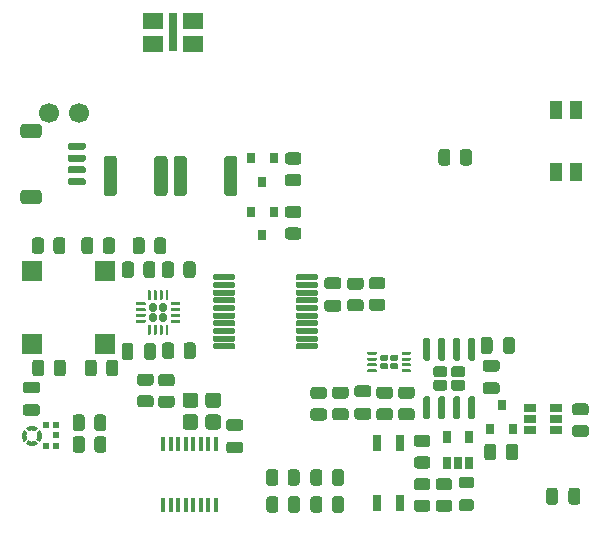
<source format=gbr>
%TF.GenerationSoftware,KiCad,Pcbnew,5.1.9*%
%TF.CreationDate,2021-02-12T16:46:06+00:00*%
%TF.ProjectId,watch2,77617463-6832-42e6-9b69-6361645f7063,rev?*%
%TF.SameCoordinates,Original*%
%TF.FileFunction,Paste,Top*%
%TF.FilePolarity,Positive*%
%FSLAX46Y46*%
G04 Gerber Fmt 4.6, Leading zero omitted, Abs format (unit mm)*
G04 Created by KiCad (PCBNEW 5.1.9) date 2021-02-12 16:46:06*
%MOMM*%
%LPD*%
G01*
G04 APERTURE LIST*
%ADD10C,0.001000*%
%ADD11R,1.000000X1.550000*%
%ADD12R,0.700000X3.200000*%
%ADD13R,1.700000X1.350000*%
%ADD14C,1.700000*%
%ADD15R,1.800000X1.800000*%
%ADD16R,0.522000X0.600000*%
%ADD17R,0.800000X0.900000*%
%ADD18R,0.700000X1.450000*%
%ADD19R,0.400000X1.200000*%
%ADD20R,0.650000X1.060000*%
%ADD21R,1.060000X0.650000*%
G04 APERTURE END LIST*
D10*
%TO.C,MK1*%
G36*
X129625500Y-113480500D02*
G01*
X129530500Y-113575500D01*
X129555500Y-113625500D01*
X129580500Y-113680500D01*
X129595500Y-113735500D01*
X129605500Y-113795500D01*
X129609103Y-113855500D01*
X129595500Y-113975500D01*
X129557037Y-114080109D01*
X129521672Y-114138166D01*
X129620500Y-114240500D01*
X129735500Y-114355500D01*
X129795500Y-114265500D01*
X129845500Y-114165500D01*
X129875500Y-114085500D01*
X129895500Y-113995500D01*
X129905500Y-113855500D01*
X129891703Y-113695309D01*
X129845500Y-113545500D01*
X129795500Y-113440500D01*
X129740809Y-113365734D01*
X129625500Y-113480500D01*
G37*
X129625500Y-113480500D02*
X129530500Y-113575500D01*
X129555500Y-113625500D01*
X129580500Y-113680500D01*
X129595500Y-113735500D01*
X129605500Y-113795500D01*
X129609103Y-113855500D01*
X129595500Y-113975500D01*
X129557037Y-114080109D01*
X129521672Y-114138166D01*
X129620500Y-114240500D01*
X129735500Y-114355500D01*
X129795500Y-114265500D01*
X129845500Y-114165500D01*
X129875500Y-114085500D01*
X129895500Y-113995500D01*
X129905500Y-113855500D01*
X129891703Y-113695309D01*
X129845500Y-113545500D01*
X129795500Y-113440500D01*
X129740809Y-113365734D01*
X129625500Y-113480500D01*
G36*
X129480500Y-114385500D02*
G01*
X129375500Y-114280500D01*
X129325500Y-114315500D01*
X129215500Y-114355500D01*
X129095500Y-114369103D01*
X128975500Y-114355500D01*
X128870891Y-114317037D01*
X128812834Y-114276672D01*
X128715500Y-114375500D01*
X128595500Y-114495500D01*
X128690500Y-114560500D01*
X128785500Y-114605500D01*
X128865500Y-114635500D01*
X128955500Y-114655500D01*
X129035500Y-114665500D01*
X129160500Y-114665500D01*
X129255691Y-114651703D01*
X129330500Y-114635500D01*
X129405500Y-114605500D01*
X129500500Y-114560500D01*
X129595266Y-114495809D01*
X129480500Y-114385500D01*
G37*
X129480500Y-114385500D02*
X129375500Y-114280500D01*
X129325500Y-114315500D01*
X129215500Y-114355500D01*
X129095500Y-114369103D01*
X128975500Y-114355500D01*
X128870891Y-114317037D01*
X128812834Y-114276672D01*
X128715500Y-114375500D01*
X128595500Y-114495500D01*
X128690500Y-114560500D01*
X128785500Y-114605500D01*
X128865500Y-114635500D01*
X128955500Y-114655500D01*
X129035500Y-114665500D01*
X129160500Y-114665500D01*
X129255691Y-114651703D01*
X129330500Y-114635500D01*
X129405500Y-114605500D01*
X129500500Y-114560500D01*
X129595266Y-114495809D01*
X129480500Y-114385500D01*
G36*
X128565500Y-114235500D02*
G01*
X128670500Y-114135500D01*
X128635500Y-114085500D01*
X128595500Y-113975500D01*
X128581897Y-113855500D01*
X128595500Y-113735500D01*
X128633963Y-113630891D01*
X128669328Y-113567834D01*
X128570500Y-113470500D01*
X128455500Y-113355500D01*
X128390500Y-113450500D01*
X128345500Y-113545500D01*
X128315500Y-113635500D01*
X128295500Y-113715500D01*
X128285500Y-113855500D01*
X128299297Y-114015691D01*
X128345500Y-114165500D01*
X128405500Y-114280500D01*
X128450191Y-114350266D01*
X128565500Y-114235500D01*
G37*
X128565500Y-114235500D02*
X128670500Y-114135500D01*
X128635500Y-114085500D01*
X128595500Y-113975500D01*
X128581897Y-113855500D01*
X128595500Y-113735500D01*
X128633963Y-113630891D01*
X128669328Y-113567834D01*
X128570500Y-113470500D01*
X128455500Y-113355500D01*
X128390500Y-113450500D01*
X128345500Y-113545500D01*
X128315500Y-113635500D01*
X128295500Y-113715500D01*
X128285500Y-113855500D01*
X128299297Y-114015691D01*
X128345500Y-114165500D01*
X128405500Y-114280500D01*
X128450191Y-114350266D01*
X128565500Y-114235500D01*
G36*
X128710500Y-113325500D02*
G01*
X128810500Y-113425500D01*
X128865500Y-113390500D01*
X128975500Y-113350500D01*
X128975500Y-113345500D01*
X128985500Y-113350500D01*
X129090500Y-113335500D01*
X129100500Y-113331897D01*
X129100500Y-113335500D01*
X129220500Y-113350500D01*
X129320109Y-113393963D01*
X129388166Y-113429328D01*
X129485500Y-113330500D01*
X129600500Y-113220500D01*
X129505500Y-113155500D01*
X129405500Y-113105500D01*
X129315500Y-113075500D01*
X129235500Y-113055500D01*
X129095500Y-113045500D01*
X128935309Y-113059297D01*
X128785500Y-113105500D01*
X128695500Y-113150500D01*
X128595734Y-113215191D01*
X128710500Y-113325500D01*
G37*
X128710500Y-113325500D02*
X128810500Y-113425500D01*
X128865500Y-113390500D01*
X128975500Y-113350500D01*
X128975500Y-113345500D01*
X128985500Y-113350500D01*
X129090500Y-113335500D01*
X129100500Y-113331897D01*
X129100500Y-113335500D01*
X129220500Y-113350500D01*
X129320109Y-113393963D01*
X129388166Y-113429328D01*
X129485500Y-113330500D01*
X129600500Y-113220500D01*
X129505500Y-113155500D01*
X129405500Y-113105500D01*
X129315500Y-113075500D01*
X129235500Y-113055500D01*
X129095500Y-113045500D01*
X128935309Y-113059297D01*
X128785500Y-113105500D01*
X128695500Y-113150500D01*
X128595734Y-113215191D01*
X128710500Y-113325500D01*
%TD*%
D11*
%TO.C,IO0*%
X175221000Y-91525000D03*
X175221000Y-86275000D03*
X173521000Y-86275000D03*
X173521000Y-91525000D03*
%TD*%
%TO.C,R28*%
G36*
G01*
X139497000Y-93334750D02*
X139497000Y-90434250D01*
G75*
G02*
X139746750Y-90184500I249750J0D01*
G01*
X140372250Y-90184500D01*
G75*
G02*
X140622000Y-90434250I0J-249750D01*
G01*
X140622000Y-93334750D01*
G75*
G02*
X140372250Y-93584500I-249750J0D01*
G01*
X139746750Y-93584500D01*
G75*
G02*
X139497000Y-93334750I0J249750D01*
G01*
G37*
G36*
G01*
X135222000Y-93334750D02*
X135222000Y-90434250D01*
G75*
G02*
X135471750Y-90184500I249750J0D01*
G01*
X136097250Y-90184500D01*
G75*
G02*
X136347000Y-90434250I0J-249750D01*
G01*
X136347000Y-93334750D01*
G75*
G02*
X136097250Y-93584500I-249750J0D01*
G01*
X135471750Y-93584500D01*
G75*
G02*
X135222000Y-93334750I0J249750D01*
G01*
G37*
%TD*%
%TO.C,R32*%
G36*
G01*
X150806999Y-91713000D02*
X151707001Y-91713000D01*
G75*
G02*
X151957000Y-91962999I0J-249999D01*
G01*
X151957000Y-92488001D01*
G75*
G02*
X151707001Y-92738000I-249999J0D01*
G01*
X150806999Y-92738000D01*
G75*
G02*
X150557000Y-92488001I0J249999D01*
G01*
X150557000Y-91962999D01*
G75*
G02*
X150806999Y-91713000I249999J0D01*
G01*
G37*
G36*
G01*
X150806999Y-89888000D02*
X151707001Y-89888000D01*
G75*
G02*
X151957000Y-90137999I0J-249999D01*
G01*
X151957000Y-90663001D01*
G75*
G02*
X151707001Y-90913000I-249999J0D01*
G01*
X150806999Y-90913000D01*
G75*
G02*
X150557000Y-90663001I0J249999D01*
G01*
X150557000Y-90137999D01*
G75*
G02*
X150806999Y-89888000I249999J0D01*
G01*
G37*
%TD*%
%TO.C,J2*%
G36*
G01*
X132312000Y-89068500D02*
X133562000Y-89068500D01*
G75*
G02*
X133712000Y-89218500I0J-150000D01*
G01*
X133712000Y-89518500D01*
G75*
G02*
X133562000Y-89668500I-150000J0D01*
G01*
X132312000Y-89668500D01*
G75*
G02*
X132162000Y-89518500I0J150000D01*
G01*
X132162000Y-89218500D01*
G75*
G02*
X132312000Y-89068500I150000J0D01*
G01*
G37*
G36*
G01*
X132312000Y-90068500D02*
X133562000Y-90068500D01*
G75*
G02*
X133712000Y-90218500I0J-150000D01*
G01*
X133712000Y-90518500D01*
G75*
G02*
X133562000Y-90668500I-150000J0D01*
G01*
X132312000Y-90668500D01*
G75*
G02*
X132162000Y-90518500I0J150000D01*
G01*
X132162000Y-90218500D01*
G75*
G02*
X132312000Y-90068500I150000J0D01*
G01*
G37*
G36*
G01*
X132312000Y-91068500D02*
X133562000Y-91068500D01*
G75*
G02*
X133712000Y-91218500I0J-150000D01*
G01*
X133712000Y-91518500D01*
G75*
G02*
X133562000Y-91668500I-150000J0D01*
G01*
X132312000Y-91668500D01*
G75*
G02*
X132162000Y-91518500I0J150000D01*
G01*
X132162000Y-91218500D01*
G75*
G02*
X132312000Y-91068500I150000J0D01*
G01*
G37*
G36*
G01*
X132312000Y-92068500D02*
X133562000Y-92068500D01*
G75*
G02*
X133712000Y-92218500I0J-150000D01*
G01*
X133712000Y-92518500D01*
G75*
G02*
X133562000Y-92668500I-150000J0D01*
G01*
X132312000Y-92668500D01*
G75*
G02*
X132162000Y-92518500I0J150000D01*
G01*
X132162000Y-92218500D01*
G75*
G02*
X132312000Y-92068500I150000J0D01*
G01*
G37*
G36*
G01*
X128411999Y-87468500D02*
X129712001Y-87468500D01*
G75*
G02*
X129962000Y-87718499I0J-249999D01*
G01*
X129962000Y-88418501D01*
G75*
G02*
X129712001Y-88668500I-249999J0D01*
G01*
X128411999Y-88668500D01*
G75*
G02*
X128162000Y-88418501I0J249999D01*
G01*
X128162000Y-87718499D01*
G75*
G02*
X128411999Y-87468500I249999J0D01*
G01*
G37*
G36*
G01*
X128411999Y-93068500D02*
X129712001Y-93068500D01*
G75*
G02*
X129962000Y-93318499I0J-249999D01*
G01*
X129962000Y-94018501D01*
G75*
G02*
X129712001Y-94268500I-249999J0D01*
G01*
X128411999Y-94268500D01*
G75*
G02*
X128162000Y-94018501I0J249999D01*
G01*
X128162000Y-93318499D01*
G75*
G02*
X128411999Y-93068500I249999J0D01*
G01*
G37*
%TD*%
%TO.C,U6*%
G36*
G01*
X146357500Y-106178000D02*
X146357500Y-106428000D01*
G75*
G02*
X146232500Y-106553000I-125000J0D01*
G01*
X144582500Y-106553000D01*
G75*
G02*
X144457500Y-106428000I0J125000D01*
G01*
X144457500Y-106178000D01*
G75*
G02*
X144582500Y-106053000I125000J0D01*
G01*
X146232500Y-106053000D01*
G75*
G02*
X146357500Y-106178000I0J-125000D01*
G01*
G37*
G36*
G01*
X146357500Y-105528000D02*
X146357500Y-105778000D01*
G75*
G02*
X146232500Y-105903000I-125000J0D01*
G01*
X144582500Y-105903000D01*
G75*
G02*
X144457500Y-105778000I0J125000D01*
G01*
X144457500Y-105528000D01*
G75*
G02*
X144582500Y-105403000I125000J0D01*
G01*
X146232500Y-105403000D01*
G75*
G02*
X146357500Y-105528000I0J-125000D01*
G01*
G37*
G36*
G01*
X146357500Y-104878000D02*
X146357500Y-105128000D01*
G75*
G02*
X146232500Y-105253000I-125000J0D01*
G01*
X144582500Y-105253000D01*
G75*
G02*
X144457500Y-105128000I0J125000D01*
G01*
X144457500Y-104878000D01*
G75*
G02*
X144582500Y-104753000I125000J0D01*
G01*
X146232500Y-104753000D01*
G75*
G02*
X146357500Y-104878000I0J-125000D01*
G01*
G37*
G36*
G01*
X146357500Y-104228000D02*
X146357500Y-104478000D01*
G75*
G02*
X146232500Y-104603000I-125000J0D01*
G01*
X144582500Y-104603000D01*
G75*
G02*
X144457500Y-104478000I0J125000D01*
G01*
X144457500Y-104228000D01*
G75*
G02*
X144582500Y-104103000I125000J0D01*
G01*
X146232500Y-104103000D01*
G75*
G02*
X146357500Y-104228000I0J-125000D01*
G01*
G37*
G36*
G01*
X146357500Y-103578000D02*
X146357500Y-103828000D01*
G75*
G02*
X146232500Y-103953000I-125000J0D01*
G01*
X144582500Y-103953000D01*
G75*
G02*
X144457500Y-103828000I0J125000D01*
G01*
X144457500Y-103578000D01*
G75*
G02*
X144582500Y-103453000I125000J0D01*
G01*
X146232500Y-103453000D01*
G75*
G02*
X146357500Y-103578000I0J-125000D01*
G01*
G37*
G36*
G01*
X146357500Y-102928000D02*
X146357500Y-103178000D01*
G75*
G02*
X146232500Y-103303000I-125000J0D01*
G01*
X144582500Y-103303000D01*
G75*
G02*
X144457500Y-103178000I0J125000D01*
G01*
X144457500Y-102928000D01*
G75*
G02*
X144582500Y-102803000I125000J0D01*
G01*
X146232500Y-102803000D01*
G75*
G02*
X146357500Y-102928000I0J-125000D01*
G01*
G37*
G36*
G01*
X146357500Y-102278000D02*
X146357500Y-102528000D01*
G75*
G02*
X146232500Y-102653000I-125000J0D01*
G01*
X144582500Y-102653000D01*
G75*
G02*
X144457500Y-102528000I0J125000D01*
G01*
X144457500Y-102278000D01*
G75*
G02*
X144582500Y-102153000I125000J0D01*
G01*
X146232500Y-102153000D01*
G75*
G02*
X146357500Y-102278000I0J-125000D01*
G01*
G37*
G36*
G01*
X146357500Y-101628000D02*
X146357500Y-101878000D01*
G75*
G02*
X146232500Y-102003000I-125000J0D01*
G01*
X144582500Y-102003000D01*
G75*
G02*
X144457500Y-101878000I0J125000D01*
G01*
X144457500Y-101628000D01*
G75*
G02*
X144582500Y-101503000I125000J0D01*
G01*
X146232500Y-101503000D01*
G75*
G02*
X146357500Y-101628000I0J-125000D01*
G01*
G37*
G36*
G01*
X146357500Y-100978000D02*
X146357500Y-101228000D01*
G75*
G02*
X146232500Y-101353000I-125000J0D01*
G01*
X144582500Y-101353000D01*
G75*
G02*
X144457500Y-101228000I0J125000D01*
G01*
X144457500Y-100978000D01*
G75*
G02*
X144582500Y-100853000I125000J0D01*
G01*
X146232500Y-100853000D01*
G75*
G02*
X146357500Y-100978000I0J-125000D01*
G01*
G37*
G36*
G01*
X146357500Y-100328000D02*
X146357500Y-100578000D01*
G75*
G02*
X146232500Y-100703000I-125000J0D01*
G01*
X144582500Y-100703000D01*
G75*
G02*
X144457500Y-100578000I0J125000D01*
G01*
X144457500Y-100328000D01*
G75*
G02*
X144582500Y-100203000I125000J0D01*
G01*
X146232500Y-100203000D01*
G75*
G02*
X146357500Y-100328000I0J-125000D01*
G01*
G37*
G36*
G01*
X153357500Y-100328000D02*
X153357500Y-100578000D01*
G75*
G02*
X153232500Y-100703000I-125000J0D01*
G01*
X151582500Y-100703000D01*
G75*
G02*
X151457500Y-100578000I0J125000D01*
G01*
X151457500Y-100328000D01*
G75*
G02*
X151582500Y-100203000I125000J0D01*
G01*
X153232500Y-100203000D01*
G75*
G02*
X153357500Y-100328000I0J-125000D01*
G01*
G37*
G36*
G01*
X153357500Y-100978000D02*
X153357500Y-101228000D01*
G75*
G02*
X153232500Y-101353000I-125000J0D01*
G01*
X151582500Y-101353000D01*
G75*
G02*
X151457500Y-101228000I0J125000D01*
G01*
X151457500Y-100978000D01*
G75*
G02*
X151582500Y-100853000I125000J0D01*
G01*
X153232500Y-100853000D01*
G75*
G02*
X153357500Y-100978000I0J-125000D01*
G01*
G37*
G36*
G01*
X153357500Y-101628000D02*
X153357500Y-101878000D01*
G75*
G02*
X153232500Y-102003000I-125000J0D01*
G01*
X151582500Y-102003000D01*
G75*
G02*
X151457500Y-101878000I0J125000D01*
G01*
X151457500Y-101628000D01*
G75*
G02*
X151582500Y-101503000I125000J0D01*
G01*
X153232500Y-101503000D01*
G75*
G02*
X153357500Y-101628000I0J-125000D01*
G01*
G37*
G36*
G01*
X153357500Y-102278000D02*
X153357500Y-102528000D01*
G75*
G02*
X153232500Y-102653000I-125000J0D01*
G01*
X151582500Y-102653000D01*
G75*
G02*
X151457500Y-102528000I0J125000D01*
G01*
X151457500Y-102278000D01*
G75*
G02*
X151582500Y-102153000I125000J0D01*
G01*
X153232500Y-102153000D01*
G75*
G02*
X153357500Y-102278000I0J-125000D01*
G01*
G37*
G36*
G01*
X153357500Y-102928000D02*
X153357500Y-103178000D01*
G75*
G02*
X153232500Y-103303000I-125000J0D01*
G01*
X151582500Y-103303000D01*
G75*
G02*
X151457500Y-103178000I0J125000D01*
G01*
X151457500Y-102928000D01*
G75*
G02*
X151582500Y-102803000I125000J0D01*
G01*
X153232500Y-102803000D01*
G75*
G02*
X153357500Y-102928000I0J-125000D01*
G01*
G37*
G36*
G01*
X153357500Y-103578000D02*
X153357500Y-103828000D01*
G75*
G02*
X153232500Y-103953000I-125000J0D01*
G01*
X151582500Y-103953000D01*
G75*
G02*
X151457500Y-103828000I0J125000D01*
G01*
X151457500Y-103578000D01*
G75*
G02*
X151582500Y-103453000I125000J0D01*
G01*
X153232500Y-103453000D01*
G75*
G02*
X153357500Y-103578000I0J-125000D01*
G01*
G37*
G36*
G01*
X153357500Y-104228000D02*
X153357500Y-104478000D01*
G75*
G02*
X153232500Y-104603000I-125000J0D01*
G01*
X151582500Y-104603000D01*
G75*
G02*
X151457500Y-104478000I0J125000D01*
G01*
X151457500Y-104228000D01*
G75*
G02*
X151582500Y-104103000I125000J0D01*
G01*
X153232500Y-104103000D01*
G75*
G02*
X153357500Y-104228000I0J-125000D01*
G01*
G37*
G36*
G01*
X153357500Y-104878000D02*
X153357500Y-105128000D01*
G75*
G02*
X153232500Y-105253000I-125000J0D01*
G01*
X151582500Y-105253000D01*
G75*
G02*
X151457500Y-105128000I0J125000D01*
G01*
X151457500Y-104878000D01*
G75*
G02*
X151582500Y-104753000I125000J0D01*
G01*
X153232500Y-104753000D01*
G75*
G02*
X153357500Y-104878000I0J-125000D01*
G01*
G37*
G36*
G01*
X153357500Y-105528000D02*
X153357500Y-105778000D01*
G75*
G02*
X153232500Y-105903000I-125000J0D01*
G01*
X151582500Y-105903000D01*
G75*
G02*
X151457500Y-105778000I0J125000D01*
G01*
X151457500Y-105528000D01*
G75*
G02*
X151582500Y-105403000I125000J0D01*
G01*
X153232500Y-105403000D01*
G75*
G02*
X153357500Y-105528000I0J-125000D01*
G01*
G37*
G36*
G01*
X153357500Y-106178000D02*
X153357500Y-106428000D01*
G75*
G02*
X153232500Y-106553000I-125000J0D01*
G01*
X151582500Y-106553000D01*
G75*
G02*
X151457500Y-106428000I0J125000D01*
G01*
X151457500Y-106178000D01*
G75*
G02*
X151582500Y-106053000I125000J0D01*
G01*
X153232500Y-106053000D01*
G75*
G02*
X153357500Y-106178000I0J-125000D01*
G01*
G37*
%TD*%
%TO.C,C1*%
G36*
G01*
X145829000Y-112466500D02*
X146779000Y-112466500D01*
G75*
G02*
X147029000Y-112716500I0J-250000D01*
G01*
X147029000Y-113216500D01*
G75*
G02*
X146779000Y-113466500I-250000J0D01*
G01*
X145829000Y-113466500D01*
G75*
G02*
X145579000Y-113216500I0J250000D01*
G01*
X145579000Y-112716500D01*
G75*
G02*
X145829000Y-112466500I250000J0D01*
G01*
G37*
G36*
G01*
X145829000Y-114366500D02*
X146779000Y-114366500D01*
G75*
G02*
X147029000Y-114616500I0J-250000D01*
G01*
X147029000Y-115116500D01*
G75*
G02*
X146779000Y-115366500I-250000J0D01*
G01*
X145829000Y-115366500D01*
G75*
G02*
X145579000Y-115116500I0J250000D01*
G01*
X145579000Y-114616500D01*
G75*
G02*
X145829000Y-114366500I250000J0D01*
G01*
G37*
%TD*%
%TO.C,C2*%
G36*
G01*
X174567000Y-119474000D02*
X174567000Y-118524000D01*
G75*
G02*
X174817000Y-118274000I250000J0D01*
G01*
X175317000Y-118274000D01*
G75*
G02*
X175567000Y-118524000I0J-250000D01*
G01*
X175567000Y-119474000D01*
G75*
G02*
X175317000Y-119724000I-250000J0D01*
G01*
X174817000Y-119724000D01*
G75*
G02*
X174567000Y-119474000I0J250000D01*
G01*
G37*
G36*
G01*
X172667000Y-119474000D02*
X172667000Y-118524000D01*
G75*
G02*
X172917000Y-118274000I250000J0D01*
G01*
X173417000Y-118274000D01*
G75*
G02*
X173667000Y-118524000I0J-250000D01*
G01*
X173667000Y-119474000D01*
G75*
G02*
X173417000Y-119724000I-250000J0D01*
G01*
X172917000Y-119724000D01*
G75*
G02*
X172667000Y-119474000I0J250000D01*
G01*
G37*
%TD*%
%TO.C,C3*%
G36*
G01*
X156687500Y-111514000D02*
X157637500Y-111514000D01*
G75*
G02*
X157887500Y-111764000I0J-250000D01*
G01*
X157887500Y-112264000D01*
G75*
G02*
X157637500Y-112514000I-250000J0D01*
G01*
X156687500Y-112514000D01*
G75*
G02*
X156437500Y-112264000I0J250000D01*
G01*
X156437500Y-111764000D01*
G75*
G02*
X156687500Y-111514000I250000J0D01*
G01*
G37*
G36*
G01*
X156687500Y-109614000D02*
X157637500Y-109614000D01*
G75*
G02*
X157887500Y-109864000I0J-250000D01*
G01*
X157887500Y-110364000D01*
G75*
G02*
X157637500Y-110614000I-250000J0D01*
G01*
X156687500Y-110614000D01*
G75*
G02*
X156437500Y-110364000I0J250000D01*
G01*
X156437500Y-109864000D01*
G75*
G02*
X156687500Y-109614000I250000J0D01*
G01*
G37*
%TD*%
%TO.C,C4*%
G36*
G01*
X167546000Y-107450000D02*
X168496000Y-107450000D01*
G75*
G02*
X168746000Y-107700000I0J-250000D01*
G01*
X168746000Y-108200000D01*
G75*
G02*
X168496000Y-108450000I-250000J0D01*
G01*
X167546000Y-108450000D01*
G75*
G02*
X167296000Y-108200000I0J250000D01*
G01*
X167296000Y-107700000D01*
G75*
G02*
X167546000Y-107450000I250000J0D01*
G01*
G37*
G36*
G01*
X167546000Y-109350000D02*
X168496000Y-109350000D01*
G75*
G02*
X168746000Y-109600000I0J-250000D01*
G01*
X168746000Y-110100000D01*
G75*
G02*
X168496000Y-110350000I-250000J0D01*
G01*
X167546000Y-110350000D01*
G75*
G02*
X167296000Y-110100000I0J250000D01*
G01*
X167296000Y-109600000D01*
G75*
G02*
X167546000Y-109350000I250000J0D01*
G01*
G37*
%TD*%
%TO.C,C5*%
G36*
G01*
X155097500Y-103367500D02*
X154147500Y-103367500D01*
G75*
G02*
X153897500Y-103117500I0J250000D01*
G01*
X153897500Y-102617500D01*
G75*
G02*
X154147500Y-102367500I250000J0D01*
G01*
X155097500Y-102367500D01*
G75*
G02*
X155347500Y-102617500I0J-250000D01*
G01*
X155347500Y-103117500D01*
G75*
G02*
X155097500Y-103367500I-250000J0D01*
G01*
G37*
G36*
G01*
X155097500Y-101467500D02*
X154147500Y-101467500D01*
G75*
G02*
X153897500Y-101217500I0J250000D01*
G01*
X153897500Y-100717500D01*
G75*
G02*
X154147500Y-100467500I250000J0D01*
G01*
X155097500Y-100467500D01*
G75*
G02*
X155347500Y-100717500I0J-250000D01*
G01*
X155347500Y-101217500D01*
G75*
G02*
X155097500Y-101467500I-250000J0D01*
G01*
G37*
%TD*%
%TO.C,C6*%
G36*
G01*
X169045000Y-106710500D02*
X169045000Y-105760500D01*
G75*
G02*
X169295000Y-105510500I250000J0D01*
G01*
X169795000Y-105510500D01*
G75*
G02*
X170045000Y-105760500I0J-250000D01*
G01*
X170045000Y-106710500D01*
G75*
G02*
X169795000Y-106960500I-250000J0D01*
G01*
X169295000Y-106960500D01*
G75*
G02*
X169045000Y-106710500I0J250000D01*
G01*
G37*
G36*
G01*
X167145000Y-106710500D02*
X167145000Y-105760500D01*
G75*
G02*
X167395000Y-105510500I250000J0D01*
G01*
X167895000Y-105510500D01*
G75*
G02*
X168145000Y-105760500I0J-250000D01*
G01*
X168145000Y-106710500D01*
G75*
G02*
X167895000Y-106960500I-250000J0D01*
G01*
X167395000Y-106960500D01*
G75*
G02*
X167145000Y-106710500I0J250000D01*
G01*
G37*
%TD*%
%TO.C,C7*%
G36*
G01*
X138623500Y-107218500D02*
X138623500Y-106268500D01*
G75*
G02*
X138873500Y-106018500I250000J0D01*
G01*
X139373500Y-106018500D01*
G75*
G02*
X139623500Y-106268500I0J-250000D01*
G01*
X139623500Y-107218500D01*
G75*
G02*
X139373500Y-107468500I-250000J0D01*
G01*
X138873500Y-107468500D01*
G75*
G02*
X138623500Y-107218500I0J250000D01*
G01*
G37*
G36*
G01*
X136723500Y-107218500D02*
X136723500Y-106268500D01*
G75*
G02*
X136973500Y-106018500I250000J0D01*
G01*
X137473500Y-106018500D01*
G75*
G02*
X137723500Y-106268500I0J-250000D01*
G01*
X137723500Y-107218500D01*
G75*
G02*
X137473500Y-107468500I-250000J0D01*
G01*
X136973500Y-107468500D01*
G75*
G02*
X136723500Y-107218500I0J250000D01*
G01*
G37*
%TD*%
%TO.C,C8*%
G36*
G01*
X129570500Y-112196500D02*
X128620500Y-112196500D01*
G75*
G02*
X128370500Y-111946500I0J250000D01*
G01*
X128370500Y-111446500D01*
G75*
G02*
X128620500Y-111196500I250000J0D01*
G01*
X129570500Y-111196500D01*
G75*
G02*
X129820500Y-111446500I0J-250000D01*
G01*
X129820500Y-111946500D01*
G75*
G02*
X129570500Y-112196500I-250000J0D01*
G01*
G37*
G36*
G01*
X129570500Y-110296500D02*
X128620500Y-110296500D01*
G75*
G02*
X128370500Y-110046500I0J250000D01*
G01*
X128370500Y-109546500D01*
G75*
G02*
X128620500Y-109296500I250000J0D01*
G01*
X129570500Y-109296500D01*
G75*
G02*
X129820500Y-109546500I0J-250000D01*
G01*
X129820500Y-110046500D01*
G75*
G02*
X129570500Y-110296500I-250000J0D01*
G01*
G37*
%TD*%
%TO.C,D1*%
G36*
G01*
X166383500Y-118336000D02*
X165467500Y-118336000D01*
G75*
G02*
X165275500Y-118144000I0J192000D01*
G01*
X165275500Y-117528000D01*
G75*
G02*
X165467500Y-117336000I192000J0D01*
G01*
X166383500Y-117336000D01*
G75*
G02*
X166575500Y-117528000I0J-192000D01*
G01*
X166575500Y-118144000D01*
G75*
G02*
X166383500Y-118336000I-192000J0D01*
G01*
G37*
G36*
G01*
X166383500Y-120261000D02*
X165467500Y-120261000D01*
G75*
G02*
X165275500Y-120069000I0J192000D01*
G01*
X165275500Y-119453000D01*
G75*
G02*
X165467500Y-119261000I192000J0D01*
G01*
X166383500Y-119261000D01*
G75*
G02*
X166575500Y-119453000I0J-192000D01*
G01*
X166575500Y-120069000D01*
G75*
G02*
X166383500Y-120261000I-192000J0D01*
G01*
G37*
%TD*%
%TO.C,D2*%
G36*
G01*
X141895000Y-111271000D02*
X141895000Y-110471000D01*
G75*
G02*
X142145000Y-110221000I250000J0D01*
G01*
X142970000Y-110221000D01*
G75*
G02*
X143220000Y-110471000I0J-250000D01*
G01*
X143220000Y-111271000D01*
G75*
G02*
X142970000Y-111521000I-250000J0D01*
G01*
X142145000Y-111521000D01*
G75*
G02*
X141895000Y-111271000I0J250000D01*
G01*
G37*
G36*
G01*
X143820000Y-111271000D02*
X143820000Y-110471000D01*
G75*
G02*
X144070000Y-110221000I250000J0D01*
G01*
X144895000Y-110221000D01*
G75*
G02*
X145145000Y-110471000I0J-250000D01*
G01*
X145145000Y-111271000D01*
G75*
G02*
X144895000Y-111521000I-250000J0D01*
G01*
X144070000Y-111521000D01*
G75*
G02*
X143820000Y-111271000I0J250000D01*
G01*
G37*
%TD*%
%TO.C,D3*%
G36*
G01*
X141895000Y-113112500D02*
X141895000Y-112312500D01*
G75*
G02*
X142145000Y-112062500I250000J0D01*
G01*
X142970000Y-112062500D01*
G75*
G02*
X143220000Y-112312500I0J-250000D01*
G01*
X143220000Y-113112500D01*
G75*
G02*
X142970000Y-113362500I-250000J0D01*
G01*
X142145000Y-113362500D01*
G75*
G02*
X141895000Y-113112500I0J250000D01*
G01*
G37*
G36*
G01*
X143820000Y-113112500D02*
X143820000Y-112312500D01*
G75*
G02*
X144070000Y-112062500I250000J0D01*
G01*
X144895000Y-112062500D01*
G75*
G02*
X145145000Y-112312500I0J-250000D01*
G01*
X145145000Y-113112500D01*
G75*
G02*
X144895000Y-113362500I-250000J0D01*
G01*
X144070000Y-113362500D01*
G75*
G02*
X143820000Y-113112500I0J250000D01*
G01*
G37*
%TD*%
D12*
%TO.C,D4*%
X141071600Y-79692500D03*
D13*
X139382500Y-78740000D03*
X139382500Y-80670400D03*
X142735300Y-80670400D03*
X142735300Y-78740000D03*
%TD*%
D14*
%TO.C,J7*%
X130556000Y-86550500D03*
X133096000Y-86550500D03*
%TD*%
D15*
%TO.C,LS1*%
X135309000Y-106072000D03*
X129159000Y-106072000D03*
X129159000Y-99922000D03*
X135309000Y-99922000D03*
%TD*%
D16*
%TO.C,MK1*%
X130347500Y-112955500D03*
X131169500Y-112955500D03*
X131169500Y-113855500D03*
X131169500Y-114755500D03*
X130347500Y-114755500D03*
%TD*%
D17*
%TO.C,Q1*%
X167962500Y-113284000D03*
X169862500Y-113284000D03*
X168912500Y-111284000D03*
%TD*%
%TO.C,Q2*%
X149603500Y-90376500D03*
X147703500Y-90376500D03*
X148653500Y-92376500D03*
%TD*%
%TO.C,Q3*%
X148653500Y-96901000D03*
X147703500Y-94901000D03*
X149603500Y-94901000D03*
%TD*%
%TO.C,R1*%
G36*
G01*
X164573000Y-89846999D02*
X164573000Y-90747001D01*
G75*
G02*
X164323001Y-90997000I-249999J0D01*
G01*
X163797999Y-90997000D01*
G75*
G02*
X163548000Y-90747001I0J249999D01*
G01*
X163548000Y-89846999D01*
G75*
G02*
X163797999Y-89597000I249999J0D01*
G01*
X164323001Y-89597000D01*
G75*
G02*
X164573000Y-89846999I0J-249999D01*
G01*
G37*
G36*
G01*
X166398000Y-89846999D02*
X166398000Y-90747001D01*
G75*
G02*
X166148001Y-90997000I-249999J0D01*
G01*
X165622999Y-90997000D01*
G75*
G02*
X165373000Y-90747001I0J249999D01*
G01*
X165373000Y-89846999D01*
G75*
G02*
X165622999Y-89597000I249999J0D01*
G01*
X166148001Y-89597000D01*
G75*
G02*
X166398000Y-89846999I0J-249999D01*
G01*
G37*
%TD*%
%TO.C,R2*%
G36*
G01*
X156077499Y-100492500D02*
X156977501Y-100492500D01*
G75*
G02*
X157227500Y-100742499I0J-249999D01*
G01*
X157227500Y-101267501D01*
G75*
G02*
X156977501Y-101517500I-249999J0D01*
G01*
X156077499Y-101517500D01*
G75*
G02*
X155827500Y-101267501I0J249999D01*
G01*
X155827500Y-100742499D01*
G75*
G02*
X156077499Y-100492500I249999J0D01*
G01*
G37*
G36*
G01*
X156077499Y-102317500D02*
X156977501Y-102317500D01*
G75*
G02*
X157227500Y-102567499I0J-249999D01*
G01*
X157227500Y-103092501D01*
G75*
G02*
X156977501Y-103342500I-249999J0D01*
G01*
X156077499Y-103342500D01*
G75*
G02*
X155827500Y-103092501I0J249999D01*
G01*
X155827500Y-102567499D01*
G75*
G02*
X156077499Y-102317500I249999J0D01*
G01*
G37*
%TD*%
%TO.C,R3*%
G36*
G01*
X157918999Y-102277500D02*
X158819001Y-102277500D01*
G75*
G02*
X159069000Y-102527499I0J-249999D01*
G01*
X159069000Y-103052501D01*
G75*
G02*
X158819001Y-103302500I-249999J0D01*
G01*
X157918999Y-103302500D01*
G75*
G02*
X157669000Y-103052501I0J249999D01*
G01*
X157669000Y-102527499D01*
G75*
G02*
X157918999Y-102277500I249999J0D01*
G01*
G37*
G36*
G01*
X157918999Y-100452500D02*
X158819001Y-100452500D01*
G75*
G02*
X159069000Y-100702499I0J-249999D01*
G01*
X159069000Y-101227501D01*
G75*
G02*
X158819001Y-101477500I-249999J0D01*
G01*
X157918999Y-101477500D01*
G75*
G02*
X157669000Y-101227501I0J249999D01*
G01*
X157669000Y-100702499D01*
G75*
G02*
X157918999Y-100452500I249999J0D01*
G01*
G37*
%TD*%
%TO.C,R4*%
G36*
G01*
X150791500Y-117861501D02*
X150791500Y-116961499D01*
G75*
G02*
X151041499Y-116711500I249999J0D01*
G01*
X151566501Y-116711500D01*
G75*
G02*
X151816500Y-116961499I0J-249999D01*
G01*
X151816500Y-117861501D01*
G75*
G02*
X151566501Y-118111500I-249999J0D01*
G01*
X151041499Y-118111500D01*
G75*
G02*
X150791500Y-117861501I0J249999D01*
G01*
G37*
G36*
G01*
X148966500Y-117861501D02*
X148966500Y-116961499D01*
G75*
G02*
X149216499Y-116711500I249999J0D01*
G01*
X149741501Y-116711500D01*
G75*
G02*
X149991500Y-116961499I0J-249999D01*
G01*
X149991500Y-117861501D01*
G75*
G02*
X149741501Y-118111500I-249999J0D01*
G01*
X149216499Y-118111500D01*
G75*
G02*
X148966500Y-117861501I0J249999D01*
G01*
G37*
%TD*%
%TO.C,R5*%
G36*
G01*
X148983000Y-120147501D02*
X148983000Y-119247499D01*
G75*
G02*
X149232999Y-118997500I249999J0D01*
G01*
X149758001Y-118997500D01*
G75*
G02*
X150008000Y-119247499I0J-249999D01*
G01*
X150008000Y-120147501D01*
G75*
G02*
X149758001Y-120397500I-249999J0D01*
G01*
X149232999Y-120397500D01*
G75*
G02*
X148983000Y-120147501I0J249999D01*
G01*
G37*
G36*
G01*
X150808000Y-120147501D02*
X150808000Y-119247499D01*
G75*
G02*
X151057999Y-118997500I249999J0D01*
G01*
X151583001Y-118997500D01*
G75*
G02*
X151833000Y-119247499I0J-249999D01*
G01*
X151833000Y-120147501D01*
G75*
G02*
X151583001Y-120397500I-249999J0D01*
G01*
X151057999Y-120397500D01*
G75*
G02*
X150808000Y-120147501I0J249999D01*
G01*
G37*
%TD*%
%TO.C,R6*%
G36*
G01*
X161728999Y-117470500D02*
X162629001Y-117470500D01*
G75*
G02*
X162879000Y-117720499I0J-249999D01*
G01*
X162879000Y-118245501D01*
G75*
G02*
X162629001Y-118495500I-249999J0D01*
G01*
X161728999Y-118495500D01*
G75*
G02*
X161479000Y-118245501I0J249999D01*
G01*
X161479000Y-117720499D01*
G75*
G02*
X161728999Y-117470500I249999J0D01*
G01*
G37*
G36*
G01*
X161728999Y-119295500D02*
X162629001Y-119295500D01*
G75*
G02*
X162879000Y-119545499I0J-249999D01*
G01*
X162879000Y-120070501D01*
G75*
G02*
X162629001Y-120320500I-249999J0D01*
G01*
X161728999Y-120320500D01*
G75*
G02*
X161479000Y-120070501I0J249999D01*
G01*
X161479000Y-119545499D01*
G75*
G02*
X161728999Y-119295500I249999J0D01*
G01*
G37*
%TD*%
%TO.C,R7*%
G36*
G01*
X153738000Y-116961499D02*
X153738000Y-117861501D01*
G75*
G02*
X153488001Y-118111500I-249999J0D01*
G01*
X152962999Y-118111500D01*
G75*
G02*
X152713000Y-117861501I0J249999D01*
G01*
X152713000Y-116961499D01*
G75*
G02*
X152962999Y-116711500I249999J0D01*
G01*
X153488001Y-116711500D01*
G75*
G02*
X153738000Y-116961499I0J-249999D01*
G01*
G37*
G36*
G01*
X155563000Y-116961499D02*
X155563000Y-117861501D01*
G75*
G02*
X155313001Y-118111500I-249999J0D01*
G01*
X154787999Y-118111500D01*
G75*
G02*
X154538000Y-117861501I0J249999D01*
G01*
X154538000Y-116961499D01*
G75*
G02*
X154787999Y-116711500I249999J0D01*
G01*
X155313001Y-116711500D01*
G75*
G02*
X155563000Y-116961499I0J-249999D01*
G01*
G37*
%TD*%
%TO.C,R8*%
G36*
G01*
X153738000Y-119247499D02*
X153738000Y-120147501D01*
G75*
G02*
X153488001Y-120397500I-249999J0D01*
G01*
X152962999Y-120397500D01*
G75*
G02*
X152713000Y-120147501I0J249999D01*
G01*
X152713000Y-119247499D01*
G75*
G02*
X152962999Y-118997500I249999J0D01*
G01*
X153488001Y-118997500D01*
G75*
G02*
X153738000Y-119247499I0J-249999D01*
G01*
G37*
G36*
G01*
X155563000Y-119247499D02*
X155563000Y-120147501D01*
G75*
G02*
X155313001Y-120397500I-249999J0D01*
G01*
X154787999Y-120397500D01*
G75*
G02*
X154538000Y-120147501I0J249999D01*
G01*
X154538000Y-119247499D01*
G75*
G02*
X154787999Y-118997500I249999J0D01*
G01*
X155313001Y-118997500D01*
G75*
G02*
X155563000Y-119247499I0J-249999D01*
G01*
G37*
%TD*%
%TO.C,R9*%
G36*
G01*
X161728999Y-113804000D02*
X162629001Y-113804000D01*
G75*
G02*
X162879000Y-114053999I0J-249999D01*
G01*
X162879000Y-114579001D01*
G75*
G02*
X162629001Y-114829000I-249999J0D01*
G01*
X161728999Y-114829000D01*
G75*
G02*
X161479000Y-114579001I0J249999D01*
G01*
X161479000Y-114053999D01*
G75*
G02*
X161728999Y-113804000I249999J0D01*
G01*
G37*
G36*
G01*
X161728999Y-115629000D02*
X162629001Y-115629000D01*
G75*
G02*
X162879000Y-115878999I0J-249999D01*
G01*
X162879000Y-116404001D01*
G75*
G02*
X162629001Y-116654000I-249999J0D01*
G01*
X161728999Y-116654000D01*
G75*
G02*
X161479000Y-116404001I0J249999D01*
G01*
X161479000Y-115878999D01*
G75*
G02*
X161728999Y-115629000I249999J0D01*
G01*
G37*
%TD*%
%TO.C,R10*%
G36*
G01*
X164470501Y-118495500D02*
X163570499Y-118495500D01*
G75*
G02*
X163320500Y-118245501I0J249999D01*
G01*
X163320500Y-117720499D01*
G75*
G02*
X163570499Y-117470500I249999J0D01*
G01*
X164470501Y-117470500D01*
G75*
G02*
X164720500Y-117720499I0J-249999D01*
G01*
X164720500Y-118245501D01*
G75*
G02*
X164470501Y-118495500I-249999J0D01*
G01*
G37*
G36*
G01*
X164470501Y-120320500D02*
X163570499Y-120320500D01*
G75*
G02*
X163320500Y-120070501I0J249999D01*
G01*
X163320500Y-119545499D01*
G75*
G02*
X163570499Y-119295500I249999J0D01*
G01*
X164470501Y-119295500D01*
G75*
G02*
X164720500Y-119545499I0J-249999D01*
G01*
X164720500Y-120070501D01*
G75*
G02*
X164470501Y-120320500I-249999J0D01*
G01*
G37*
%TD*%
%TO.C,R11*%
G36*
G01*
X137663500Y-98240001D02*
X137663500Y-97339999D01*
G75*
G02*
X137913499Y-97090000I249999J0D01*
G01*
X138438501Y-97090000D01*
G75*
G02*
X138688500Y-97339999I0J-249999D01*
G01*
X138688500Y-98240001D01*
G75*
G02*
X138438501Y-98490000I-249999J0D01*
G01*
X137913499Y-98490000D01*
G75*
G02*
X137663500Y-98240001I0J249999D01*
G01*
G37*
G36*
G01*
X139488500Y-98240001D02*
X139488500Y-97339999D01*
G75*
G02*
X139738499Y-97090000I249999J0D01*
G01*
X140263501Y-97090000D01*
G75*
G02*
X140513500Y-97339999I0J-249999D01*
G01*
X140513500Y-98240001D01*
G75*
G02*
X140263501Y-98490000I-249999J0D01*
G01*
X139738499Y-98490000D01*
G75*
G02*
X139488500Y-98240001I0J249999D01*
G01*
G37*
%TD*%
%TO.C,R12*%
G36*
G01*
X135147000Y-98240001D02*
X135147000Y-97339999D01*
G75*
G02*
X135396999Y-97090000I249999J0D01*
G01*
X135922001Y-97090000D01*
G75*
G02*
X136172000Y-97339999I0J-249999D01*
G01*
X136172000Y-98240001D01*
G75*
G02*
X135922001Y-98490000I-249999J0D01*
G01*
X135396999Y-98490000D01*
G75*
G02*
X135147000Y-98240001I0J249999D01*
G01*
G37*
G36*
G01*
X133322000Y-98240001D02*
X133322000Y-97339999D01*
G75*
G02*
X133571999Y-97090000I249999J0D01*
G01*
X134097001Y-97090000D01*
G75*
G02*
X134347000Y-97339999I0J-249999D01*
G01*
X134347000Y-98240001D01*
G75*
G02*
X134097001Y-98490000I-249999J0D01*
G01*
X133571999Y-98490000D01*
G75*
G02*
X133322000Y-98240001I0J249999D01*
G01*
G37*
%TD*%
%TO.C,R13*%
G36*
G01*
X129131000Y-98240001D02*
X129131000Y-97339999D01*
G75*
G02*
X129380999Y-97090000I249999J0D01*
G01*
X129906001Y-97090000D01*
G75*
G02*
X130156000Y-97339999I0J-249999D01*
G01*
X130156000Y-98240001D01*
G75*
G02*
X129906001Y-98490000I-249999J0D01*
G01*
X129380999Y-98490000D01*
G75*
G02*
X129131000Y-98240001I0J249999D01*
G01*
G37*
G36*
G01*
X130956000Y-98240001D02*
X130956000Y-97339999D01*
G75*
G02*
X131205999Y-97090000I249999J0D01*
G01*
X131731001Y-97090000D01*
G75*
G02*
X131981000Y-97339999I0J-249999D01*
G01*
X131981000Y-98240001D01*
G75*
G02*
X131731001Y-98490000I-249999J0D01*
G01*
X131205999Y-98490000D01*
G75*
G02*
X130956000Y-98240001I0J249999D01*
G01*
G37*
%TD*%
%TO.C,R14*%
G36*
G01*
X176027501Y-113987000D02*
X175127499Y-113987000D01*
G75*
G02*
X174877500Y-113737001I0J249999D01*
G01*
X174877500Y-113211999D01*
G75*
G02*
X175127499Y-112962000I249999J0D01*
G01*
X176027501Y-112962000D01*
G75*
G02*
X176277500Y-113211999I0J-249999D01*
G01*
X176277500Y-113737001D01*
G75*
G02*
X176027501Y-113987000I-249999J0D01*
G01*
G37*
G36*
G01*
X176027501Y-112162000D02*
X175127499Y-112162000D01*
G75*
G02*
X174877500Y-111912001I0J249999D01*
G01*
X174877500Y-111386999D01*
G75*
G02*
X175127499Y-111137000I249999J0D01*
G01*
X176027501Y-111137000D01*
G75*
G02*
X176277500Y-111386999I0J-249999D01*
G01*
X176277500Y-111912001D01*
G75*
G02*
X176027501Y-112162000I-249999J0D01*
G01*
G37*
%TD*%
%TO.C,R15*%
G36*
G01*
X160395499Y-109723500D02*
X161295501Y-109723500D01*
G75*
G02*
X161545500Y-109973499I0J-249999D01*
G01*
X161545500Y-110498501D01*
G75*
G02*
X161295501Y-110748500I-249999J0D01*
G01*
X160395499Y-110748500D01*
G75*
G02*
X160145500Y-110498501I0J249999D01*
G01*
X160145500Y-109973499D01*
G75*
G02*
X160395499Y-109723500I249999J0D01*
G01*
G37*
G36*
G01*
X160395499Y-111548500D02*
X161295501Y-111548500D01*
G75*
G02*
X161545500Y-111798499I0J-249999D01*
G01*
X161545500Y-112323501D01*
G75*
G02*
X161295501Y-112573500I-249999J0D01*
G01*
X160395499Y-112573500D01*
G75*
G02*
X160145500Y-112323501I0J249999D01*
G01*
X160145500Y-111798499D01*
G75*
G02*
X160395499Y-111548500I249999J0D01*
G01*
G37*
%TD*%
%TO.C,R16*%
G36*
G01*
X158553999Y-111548500D02*
X159454001Y-111548500D01*
G75*
G02*
X159704000Y-111798499I0J-249999D01*
G01*
X159704000Y-112323501D01*
G75*
G02*
X159454001Y-112573500I-249999J0D01*
G01*
X158553999Y-112573500D01*
G75*
G02*
X158304000Y-112323501I0J249999D01*
G01*
X158304000Y-111798499D01*
G75*
G02*
X158553999Y-111548500I249999J0D01*
G01*
G37*
G36*
G01*
X158553999Y-109723500D02*
X159454001Y-109723500D01*
G75*
G02*
X159704000Y-109973499I0J-249999D01*
G01*
X159704000Y-110498501D01*
G75*
G02*
X159454001Y-110748500I-249999J0D01*
G01*
X158553999Y-110748500D01*
G75*
G02*
X158304000Y-110498501I0J249999D01*
G01*
X158304000Y-109973499D01*
G75*
G02*
X158553999Y-109723500I249999J0D01*
G01*
G37*
%TD*%
%TO.C,R17*%
G36*
G01*
X138297499Y-108620500D02*
X139197501Y-108620500D01*
G75*
G02*
X139447500Y-108870499I0J-249999D01*
G01*
X139447500Y-109395501D01*
G75*
G02*
X139197501Y-109645500I-249999J0D01*
G01*
X138297499Y-109645500D01*
G75*
G02*
X138047500Y-109395501I0J249999D01*
G01*
X138047500Y-108870499D01*
G75*
G02*
X138297499Y-108620500I249999J0D01*
G01*
G37*
G36*
G01*
X138297499Y-110445500D02*
X139197501Y-110445500D01*
G75*
G02*
X139447500Y-110695499I0J-249999D01*
G01*
X139447500Y-111220501D01*
G75*
G02*
X139197501Y-111470500I-249999J0D01*
G01*
X138297499Y-111470500D01*
G75*
G02*
X138047500Y-111220501I0J249999D01*
G01*
X138047500Y-110695499D01*
G75*
G02*
X138297499Y-110445500I249999J0D01*
G01*
G37*
%TD*%
%TO.C,R18*%
G36*
G01*
X140075499Y-110485500D02*
X140975501Y-110485500D01*
G75*
G02*
X141225500Y-110735499I0J-249999D01*
G01*
X141225500Y-111260501D01*
G75*
G02*
X140975501Y-111510500I-249999J0D01*
G01*
X140075499Y-111510500D01*
G75*
G02*
X139825500Y-111260501I0J249999D01*
G01*
X139825500Y-110735499D01*
G75*
G02*
X140075499Y-110485500I249999J0D01*
G01*
G37*
G36*
G01*
X140075499Y-108660500D02*
X140975501Y-108660500D01*
G75*
G02*
X141225500Y-108910499I0J-249999D01*
G01*
X141225500Y-109435501D01*
G75*
G02*
X140975501Y-109685500I-249999J0D01*
G01*
X140075499Y-109685500D01*
G75*
G02*
X139825500Y-109435501I0J249999D01*
G01*
X139825500Y-108910499D01*
G75*
G02*
X140075499Y-108660500I249999J0D01*
G01*
G37*
%TD*%
%TO.C,R19*%
G36*
G01*
X129154500Y-108590501D02*
X129154500Y-107690499D01*
G75*
G02*
X129404499Y-107440500I249999J0D01*
G01*
X129929501Y-107440500D01*
G75*
G02*
X130179500Y-107690499I0J-249999D01*
G01*
X130179500Y-108590501D01*
G75*
G02*
X129929501Y-108840500I-249999J0D01*
G01*
X129404499Y-108840500D01*
G75*
G02*
X129154500Y-108590501I0J249999D01*
G01*
G37*
G36*
G01*
X130979500Y-108590501D02*
X130979500Y-107690499D01*
G75*
G02*
X131229499Y-107440500I249999J0D01*
G01*
X131754501Y-107440500D01*
G75*
G02*
X132004500Y-107690499I0J-249999D01*
G01*
X132004500Y-108590501D01*
G75*
G02*
X131754501Y-108840500I-249999J0D01*
G01*
X131229499Y-108840500D01*
G75*
G02*
X130979500Y-108590501I0J249999D01*
G01*
G37*
%TD*%
%TO.C,R20*%
G36*
G01*
X135424500Y-108590501D02*
X135424500Y-107690499D01*
G75*
G02*
X135674499Y-107440500I249999J0D01*
G01*
X136199501Y-107440500D01*
G75*
G02*
X136449500Y-107690499I0J-249999D01*
G01*
X136449500Y-108590501D01*
G75*
G02*
X136199501Y-108840500I-249999J0D01*
G01*
X135674499Y-108840500D01*
G75*
G02*
X135424500Y-108590501I0J249999D01*
G01*
G37*
G36*
G01*
X133599500Y-108590501D02*
X133599500Y-107690499D01*
G75*
G02*
X133849499Y-107440500I249999J0D01*
G01*
X134374501Y-107440500D01*
G75*
G02*
X134624500Y-107690499I0J-249999D01*
G01*
X134624500Y-108590501D01*
G75*
G02*
X134374501Y-108840500I-249999J0D01*
G01*
X133849499Y-108840500D01*
G75*
G02*
X133599500Y-108590501I0J249999D01*
G01*
G37*
%TD*%
%TO.C,R21*%
G36*
G01*
X154807499Y-111548500D02*
X155707501Y-111548500D01*
G75*
G02*
X155957500Y-111798499I0J-249999D01*
G01*
X155957500Y-112323501D01*
G75*
G02*
X155707501Y-112573500I-249999J0D01*
G01*
X154807499Y-112573500D01*
G75*
G02*
X154557500Y-112323501I0J249999D01*
G01*
X154557500Y-111798499D01*
G75*
G02*
X154807499Y-111548500I249999J0D01*
G01*
G37*
G36*
G01*
X154807499Y-109723500D02*
X155707501Y-109723500D01*
G75*
G02*
X155957500Y-109973499I0J-249999D01*
G01*
X155957500Y-110498501D01*
G75*
G02*
X155707501Y-110748500I-249999J0D01*
G01*
X154807499Y-110748500D01*
G75*
G02*
X154557500Y-110498501I0J249999D01*
G01*
X154557500Y-109973499D01*
G75*
G02*
X154807499Y-109723500I249999J0D01*
G01*
G37*
%TD*%
%TO.C,R22*%
G36*
G01*
X169270000Y-115702501D02*
X169270000Y-114802499D01*
G75*
G02*
X169519999Y-114552500I249999J0D01*
G01*
X170045001Y-114552500D01*
G75*
G02*
X170295000Y-114802499I0J-249999D01*
G01*
X170295000Y-115702501D01*
G75*
G02*
X170045001Y-115952500I-249999J0D01*
G01*
X169519999Y-115952500D01*
G75*
G02*
X169270000Y-115702501I0J249999D01*
G01*
G37*
G36*
G01*
X167445000Y-115702501D02*
X167445000Y-114802499D01*
G75*
G02*
X167694999Y-114552500I249999J0D01*
G01*
X168220001Y-114552500D01*
G75*
G02*
X168470000Y-114802499I0J-249999D01*
G01*
X168470000Y-115702501D01*
G75*
G02*
X168220001Y-115952500I-249999J0D01*
G01*
X167694999Y-115952500D01*
G75*
G02*
X167445000Y-115702501I0J249999D01*
G01*
G37*
%TD*%
%TO.C,R23*%
G36*
G01*
X153866001Y-112590000D02*
X152965999Y-112590000D01*
G75*
G02*
X152716000Y-112340001I0J249999D01*
G01*
X152716000Y-111814999D01*
G75*
G02*
X152965999Y-111565000I249999J0D01*
G01*
X153866001Y-111565000D01*
G75*
G02*
X154116000Y-111814999I0J-249999D01*
G01*
X154116000Y-112340001D01*
G75*
G02*
X153866001Y-112590000I-249999J0D01*
G01*
G37*
G36*
G01*
X153866001Y-110765000D02*
X152965999Y-110765000D01*
G75*
G02*
X152716000Y-110515001I0J249999D01*
G01*
X152716000Y-109989999D01*
G75*
G02*
X152965999Y-109740000I249999J0D01*
G01*
X153866001Y-109740000D01*
G75*
G02*
X154116000Y-109989999I0J-249999D01*
G01*
X154116000Y-110515001D01*
G75*
G02*
X153866001Y-110765000I-249999J0D01*
G01*
G37*
%TD*%
%TO.C,R24*%
G36*
G01*
X140156500Y-107130001D02*
X140156500Y-106229999D01*
G75*
G02*
X140406499Y-105980000I249999J0D01*
G01*
X140931501Y-105980000D01*
G75*
G02*
X141181500Y-106229999I0J-249999D01*
G01*
X141181500Y-107130001D01*
G75*
G02*
X140931501Y-107380000I-249999J0D01*
G01*
X140406499Y-107380000D01*
G75*
G02*
X140156500Y-107130001I0J249999D01*
G01*
G37*
G36*
G01*
X141981500Y-107130001D02*
X141981500Y-106229999D01*
G75*
G02*
X142231499Y-105980000I249999J0D01*
G01*
X142756501Y-105980000D01*
G75*
G02*
X143006500Y-106229999I0J-249999D01*
G01*
X143006500Y-107130001D01*
G75*
G02*
X142756501Y-107380000I-249999J0D01*
G01*
X142231499Y-107380000D01*
G75*
G02*
X141981500Y-107130001I0J249999D01*
G01*
G37*
%TD*%
%TO.C,R25*%
G36*
G01*
X138576000Y-100272001D02*
X138576000Y-99371999D01*
G75*
G02*
X138825999Y-99122000I249999J0D01*
G01*
X139351001Y-99122000D01*
G75*
G02*
X139601000Y-99371999I0J-249999D01*
G01*
X139601000Y-100272001D01*
G75*
G02*
X139351001Y-100522000I-249999J0D01*
G01*
X138825999Y-100522000D01*
G75*
G02*
X138576000Y-100272001I0J249999D01*
G01*
G37*
G36*
G01*
X136751000Y-100272001D02*
X136751000Y-99371999D01*
G75*
G02*
X137000999Y-99122000I249999J0D01*
G01*
X137526001Y-99122000D01*
G75*
G02*
X137776000Y-99371999I0J-249999D01*
G01*
X137776000Y-100272001D01*
G75*
G02*
X137526001Y-100522000I-249999J0D01*
G01*
X137000999Y-100522000D01*
G75*
G02*
X136751000Y-100272001I0J249999D01*
G01*
G37*
%TD*%
%TO.C,R26*%
G36*
G01*
X141965000Y-100272001D02*
X141965000Y-99371999D01*
G75*
G02*
X142214999Y-99122000I249999J0D01*
G01*
X142740001Y-99122000D01*
G75*
G02*
X142990000Y-99371999I0J-249999D01*
G01*
X142990000Y-100272001D01*
G75*
G02*
X142740001Y-100522000I-249999J0D01*
G01*
X142214999Y-100522000D01*
G75*
G02*
X141965000Y-100272001I0J249999D01*
G01*
G37*
G36*
G01*
X140140000Y-100272001D02*
X140140000Y-99371999D01*
G75*
G02*
X140389999Y-99122000I249999J0D01*
G01*
X140915001Y-99122000D01*
G75*
G02*
X141165000Y-99371999I0J-249999D01*
G01*
X141165000Y-100272001D01*
G75*
G02*
X140915001Y-100522000I-249999J0D01*
G01*
X140389999Y-100522000D01*
G75*
G02*
X140140000Y-100272001I0J249999D01*
G01*
G37*
%TD*%
%TO.C,R27*%
G36*
G01*
X132600000Y-115067501D02*
X132600000Y-114167499D01*
G75*
G02*
X132849999Y-113917500I249999J0D01*
G01*
X133375001Y-113917500D01*
G75*
G02*
X133625000Y-114167499I0J-249999D01*
G01*
X133625000Y-115067501D01*
G75*
G02*
X133375001Y-115317500I-249999J0D01*
G01*
X132849999Y-115317500D01*
G75*
G02*
X132600000Y-115067501I0J249999D01*
G01*
G37*
G36*
G01*
X134425000Y-115067501D02*
X134425000Y-114167499D01*
G75*
G02*
X134674999Y-113917500I249999J0D01*
G01*
X135200001Y-113917500D01*
G75*
G02*
X135450000Y-114167499I0J-249999D01*
G01*
X135450000Y-115067501D01*
G75*
G02*
X135200001Y-115317500I-249999J0D01*
G01*
X134674999Y-115317500D01*
G75*
G02*
X134425000Y-115067501I0J249999D01*
G01*
G37*
%TD*%
%TO.C,R29*%
G36*
G01*
X132583500Y-113226001D02*
X132583500Y-112325999D01*
G75*
G02*
X132833499Y-112076000I249999J0D01*
G01*
X133358501Y-112076000D01*
G75*
G02*
X133608500Y-112325999I0J-249999D01*
G01*
X133608500Y-113226001D01*
G75*
G02*
X133358501Y-113476000I-249999J0D01*
G01*
X132833499Y-113476000D01*
G75*
G02*
X132583500Y-113226001I0J249999D01*
G01*
G37*
G36*
G01*
X134408500Y-113226001D02*
X134408500Y-112325999D01*
G75*
G02*
X134658499Y-112076000I249999J0D01*
G01*
X135183501Y-112076000D01*
G75*
G02*
X135433500Y-112325999I0J-249999D01*
G01*
X135433500Y-113226001D01*
G75*
G02*
X135183501Y-113476000I-249999J0D01*
G01*
X134658499Y-113476000D01*
G75*
G02*
X134408500Y-113226001I0J249999D01*
G01*
G37*
%TD*%
%TO.C,R30*%
G36*
G01*
X150806999Y-94420000D02*
X151707001Y-94420000D01*
G75*
G02*
X151957000Y-94669999I0J-249999D01*
G01*
X151957000Y-95195001D01*
G75*
G02*
X151707001Y-95445000I-249999J0D01*
G01*
X150806999Y-95445000D01*
G75*
G02*
X150557000Y-95195001I0J249999D01*
G01*
X150557000Y-94669999D01*
G75*
G02*
X150806999Y-94420000I249999J0D01*
G01*
G37*
G36*
G01*
X150806999Y-96245000D02*
X151707001Y-96245000D01*
G75*
G02*
X151957000Y-96494999I0J-249999D01*
G01*
X151957000Y-97020001D01*
G75*
G02*
X151707001Y-97270000I-249999J0D01*
G01*
X150806999Y-97270000D01*
G75*
G02*
X150557000Y-97020001I0J249999D01*
G01*
X150557000Y-96494999D01*
G75*
G02*
X150806999Y-96245000I249999J0D01*
G01*
G37*
%TD*%
%TO.C,R31*%
G36*
G01*
X141127500Y-93334501D02*
X141127500Y-90434499D01*
G75*
G02*
X141377499Y-90184500I249999J0D01*
G01*
X142002501Y-90184500D01*
G75*
G02*
X142252500Y-90434499I0J-249999D01*
G01*
X142252500Y-93334501D01*
G75*
G02*
X142002501Y-93584500I-249999J0D01*
G01*
X141377499Y-93584500D01*
G75*
G02*
X141127500Y-93334501I0J249999D01*
G01*
G37*
G36*
G01*
X145402500Y-93334501D02*
X145402500Y-90434499D01*
G75*
G02*
X145652499Y-90184500I249999J0D01*
G01*
X146277501Y-90184500D01*
G75*
G02*
X146527500Y-90434499I0J-249999D01*
G01*
X146527500Y-93334501D01*
G75*
G02*
X146277501Y-93584500I-249999J0D01*
G01*
X145652499Y-93584500D01*
G75*
G02*
X145402500Y-93334501I0J249999D01*
G01*
G37*
%TD*%
D18*
%TO.C,SW2*%
X160321500Y-119610500D03*
X160321500Y-114450500D03*
X158321500Y-114450500D03*
X158321500Y-119610500D03*
%TD*%
D19*
%TO.C,U1*%
X140271500Y-119757500D03*
X140906500Y-119757500D03*
X141541500Y-119757500D03*
X142176500Y-119757500D03*
X142811500Y-119757500D03*
X143446500Y-119757500D03*
X144081500Y-119757500D03*
X144716500Y-119757500D03*
X144716500Y-114557500D03*
X144081500Y-114557500D03*
X143446500Y-114557500D03*
X142811500Y-114557500D03*
X142176500Y-114557500D03*
X141541500Y-114557500D03*
X140906500Y-114557500D03*
X140271500Y-114557500D03*
%TD*%
D20*
%TO.C,U2*%
X164277000Y-116162000D03*
X165227000Y-116162000D03*
X166177000Y-116162000D03*
X166177000Y-113962000D03*
X164277000Y-113962000D03*
%TD*%
%TO.C,U3*%
G36*
G01*
X161235000Y-108320000D02*
X161235000Y-108445000D01*
G75*
G02*
X161172500Y-108507500I-62500J0D01*
G01*
X160497500Y-108507500D01*
G75*
G02*
X160435000Y-108445000I0J62500D01*
G01*
X160435000Y-108320000D01*
G75*
G02*
X160497500Y-108257500I62500J0D01*
G01*
X161172500Y-108257500D01*
G75*
G02*
X161235000Y-108320000I0J-62500D01*
G01*
G37*
G36*
G01*
X161235000Y-107820000D02*
X161235000Y-107945000D01*
G75*
G02*
X161172500Y-108007500I-62500J0D01*
G01*
X160497500Y-108007500D01*
G75*
G02*
X160435000Y-107945000I0J62500D01*
G01*
X160435000Y-107820000D01*
G75*
G02*
X160497500Y-107757500I62500J0D01*
G01*
X161172500Y-107757500D01*
G75*
G02*
X161235000Y-107820000I0J-62500D01*
G01*
G37*
G36*
G01*
X161235000Y-107320000D02*
X161235000Y-107445000D01*
G75*
G02*
X161172500Y-107507500I-62500J0D01*
G01*
X160497500Y-107507500D01*
G75*
G02*
X160435000Y-107445000I0J62500D01*
G01*
X160435000Y-107320000D01*
G75*
G02*
X160497500Y-107257500I62500J0D01*
G01*
X161172500Y-107257500D01*
G75*
G02*
X161235000Y-107320000I0J-62500D01*
G01*
G37*
G36*
G01*
X161235000Y-106820000D02*
X161235000Y-106945000D01*
G75*
G02*
X161172500Y-107007500I-62500J0D01*
G01*
X160497500Y-107007500D01*
G75*
G02*
X160435000Y-106945000I0J62500D01*
G01*
X160435000Y-106820000D01*
G75*
G02*
X160497500Y-106757500I62500J0D01*
G01*
X161172500Y-106757500D01*
G75*
G02*
X161235000Y-106820000I0J-62500D01*
G01*
G37*
G36*
G01*
X158335000Y-106820000D02*
X158335000Y-106945000D01*
G75*
G02*
X158272500Y-107007500I-62500J0D01*
G01*
X157597500Y-107007500D01*
G75*
G02*
X157535000Y-106945000I0J62500D01*
G01*
X157535000Y-106820000D01*
G75*
G02*
X157597500Y-106757500I62500J0D01*
G01*
X158272500Y-106757500D01*
G75*
G02*
X158335000Y-106820000I0J-62500D01*
G01*
G37*
G36*
G01*
X158335000Y-107320000D02*
X158335000Y-107445000D01*
G75*
G02*
X158272500Y-107507500I-62500J0D01*
G01*
X157597500Y-107507500D01*
G75*
G02*
X157535000Y-107445000I0J62500D01*
G01*
X157535000Y-107320000D01*
G75*
G02*
X157597500Y-107257500I62500J0D01*
G01*
X158272500Y-107257500D01*
G75*
G02*
X158335000Y-107320000I0J-62500D01*
G01*
G37*
G36*
G01*
X158335000Y-107820000D02*
X158335000Y-107945000D01*
G75*
G02*
X158272500Y-108007500I-62500J0D01*
G01*
X157597500Y-108007500D01*
G75*
G02*
X157535000Y-107945000I0J62500D01*
G01*
X157535000Y-107820000D01*
G75*
G02*
X157597500Y-107757500I62500J0D01*
G01*
X158272500Y-107757500D01*
G75*
G02*
X158335000Y-107820000I0J-62500D01*
G01*
G37*
G36*
G01*
X158335000Y-108320000D02*
X158335000Y-108445000D01*
G75*
G02*
X158272500Y-108507500I-62500J0D01*
G01*
X157597500Y-108507500D01*
G75*
G02*
X157535000Y-108445000I0J62500D01*
G01*
X157535000Y-108320000D01*
G75*
G02*
X157597500Y-108257500I62500J0D01*
G01*
X158272500Y-108257500D01*
G75*
G02*
X158335000Y-108320000I0J-62500D01*
G01*
G37*
G36*
G01*
X160155000Y-107842500D02*
X160155000Y-108122500D01*
G75*
G02*
X160015000Y-108262500I-140000J0D01*
G01*
X159605000Y-108262500D01*
G75*
G02*
X159465000Y-108122500I0J140000D01*
G01*
X159465000Y-107842500D01*
G75*
G02*
X159605000Y-107702500I140000J0D01*
G01*
X160015000Y-107702500D01*
G75*
G02*
X160155000Y-107842500I0J-140000D01*
G01*
G37*
G36*
G01*
X160155000Y-107142500D02*
X160155000Y-107422500D01*
G75*
G02*
X160015000Y-107562500I-140000J0D01*
G01*
X159605000Y-107562500D01*
G75*
G02*
X159465000Y-107422500I0J140000D01*
G01*
X159465000Y-107142500D01*
G75*
G02*
X159605000Y-107002500I140000J0D01*
G01*
X160015000Y-107002500D01*
G75*
G02*
X160155000Y-107142500I0J-140000D01*
G01*
G37*
G36*
G01*
X159305000Y-107842500D02*
X159305000Y-108122500D01*
G75*
G02*
X159165000Y-108262500I-140000J0D01*
G01*
X158755000Y-108262500D01*
G75*
G02*
X158615000Y-108122500I0J140000D01*
G01*
X158615000Y-107842500D01*
G75*
G02*
X158755000Y-107702500I140000J0D01*
G01*
X159165000Y-107702500D01*
G75*
G02*
X159305000Y-107842500I0J-140000D01*
G01*
G37*
G36*
G01*
X159305000Y-107142500D02*
X159305000Y-107422500D01*
G75*
G02*
X159165000Y-107562500I-140000J0D01*
G01*
X158755000Y-107562500D01*
G75*
G02*
X158615000Y-107422500I0J140000D01*
G01*
X158615000Y-107142500D01*
G75*
G02*
X158755000Y-107002500I140000J0D01*
G01*
X159165000Y-107002500D01*
G75*
G02*
X159305000Y-107142500I0J-140000D01*
G01*
G37*
%TD*%
D21*
%TO.C,U4*%
X171302500Y-111508500D03*
X171302500Y-112458500D03*
X171302500Y-113408500D03*
X173502500Y-113408500D03*
X173502500Y-111508500D03*
X173502500Y-112458500D03*
%TD*%
%TO.C,U5*%
G36*
G01*
X162710000Y-112479500D02*
X162410000Y-112479500D01*
G75*
G02*
X162260000Y-112329500I0J150000D01*
G01*
X162260000Y-110679500D01*
G75*
G02*
X162410000Y-110529500I150000J0D01*
G01*
X162710000Y-110529500D01*
G75*
G02*
X162860000Y-110679500I0J-150000D01*
G01*
X162860000Y-112329500D01*
G75*
G02*
X162710000Y-112479500I-150000J0D01*
G01*
G37*
G36*
G01*
X163980000Y-112479500D02*
X163680000Y-112479500D01*
G75*
G02*
X163530000Y-112329500I0J150000D01*
G01*
X163530000Y-110679500D01*
G75*
G02*
X163680000Y-110529500I150000J0D01*
G01*
X163980000Y-110529500D01*
G75*
G02*
X164130000Y-110679500I0J-150000D01*
G01*
X164130000Y-112329500D01*
G75*
G02*
X163980000Y-112479500I-150000J0D01*
G01*
G37*
G36*
G01*
X165250000Y-112479500D02*
X164950000Y-112479500D01*
G75*
G02*
X164800000Y-112329500I0J150000D01*
G01*
X164800000Y-110679500D01*
G75*
G02*
X164950000Y-110529500I150000J0D01*
G01*
X165250000Y-110529500D01*
G75*
G02*
X165400000Y-110679500I0J-150000D01*
G01*
X165400000Y-112329500D01*
G75*
G02*
X165250000Y-112479500I-150000J0D01*
G01*
G37*
G36*
G01*
X166520000Y-112479500D02*
X166220000Y-112479500D01*
G75*
G02*
X166070000Y-112329500I0J150000D01*
G01*
X166070000Y-110679500D01*
G75*
G02*
X166220000Y-110529500I150000J0D01*
G01*
X166520000Y-110529500D01*
G75*
G02*
X166670000Y-110679500I0J-150000D01*
G01*
X166670000Y-112329500D01*
G75*
G02*
X166520000Y-112479500I-150000J0D01*
G01*
G37*
G36*
G01*
X166520000Y-107529500D02*
X166220000Y-107529500D01*
G75*
G02*
X166070000Y-107379500I0J150000D01*
G01*
X166070000Y-105729500D01*
G75*
G02*
X166220000Y-105579500I150000J0D01*
G01*
X166520000Y-105579500D01*
G75*
G02*
X166670000Y-105729500I0J-150000D01*
G01*
X166670000Y-107379500D01*
G75*
G02*
X166520000Y-107529500I-150000J0D01*
G01*
G37*
G36*
G01*
X165250000Y-107529500D02*
X164950000Y-107529500D01*
G75*
G02*
X164800000Y-107379500I0J150000D01*
G01*
X164800000Y-105729500D01*
G75*
G02*
X164950000Y-105579500I150000J0D01*
G01*
X165250000Y-105579500D01*
G75*
G02*
X165400000Y-105729500I0J-150000D01*
G01*
X165400000Y-107379500D01*
G75*
G02*
X165250000Y-107529500I-150000J0D01*
G01*
G37*
G36*
G01*
X163980000Y-107529500D02*
X163680000Y-107529500D01*
G75*
G02*
X163530000Y-107379500I0J150000D01*
G01*
X163530000Y-105729500D01*
G75*
G02*
X163680000Y-105579500I150000J0D01*
G01*
X163980000Y-105579500D01*
G75*
G02*
X164130000Y-105729500I0J-150000D01*
G01*
X164130000Y-107379500D01*
G75*
G02*
X163980000Y-107529500I-150000J0D01*
G01*
G37*
G36*
G01*
X162710000Y-107529500D02*
X162410000Y-107529500D01*
G75*
G02*
X162260000Y-107379500I0J150000D01*
G01*
X162260000Y-105729500D01*
G75*
G02*
X162410000Y-105579500I150000J0D01*
G01*
X162710000Y-105579500D01*
G75*
G02*
X162860000Y-105729500I0J-150000D01*
G01*
X162860000Y-107379500D01*
G75*
G02*
X162710000Y-107529500I-150000J0D01*
G01*
G37*
G36*
G01*
X164090000Y-110059500D02*
X163340000Y-110059500D01*
G75*
G02*
X163110000Y-109829500I0J230000D01*
G01*
X163110000Y-109369500D01*
G75*
G02*
X163340000Y-109139500I230000J0D01*
G01*
X164090000Y-109139500D01*
G75*
G02*
X164320000Y-109369500I0J-230000D01*
G01*
X164320000Y-109829500D01*
G75*
G02*
X164090000Y-110059500I-230000J0D01*
G01*
G37*
G36*
G01*
X165590000Y-110059500D02*
X164840000Y-110059500D01*
G75*
G02*
X164610000Y-109829500I0J230000D01*
G01*
X164610000Y-109369500D01*
G75*
G02*
X164840000Y-109139500I230000J0D01*
G01*
X165590000Y-109139500D01*
G75*
G02*
X165820000Y-109369500I0J-230000D01*
G01*
X165820000Y-109829500D01*
G75*
G02*
X165590000Y-110059500I-230000J0D01*
G01*
G37*
G36*
G01*
X164090000Y-108919500D02*
X163340000Y-108919500D01*
G75*
G02*
X163110000Y-108689500I0J230000D01*
G01*
X163110000Y-108229500D01*
G75*
G02*
X163340000Y-107999500I230000J0D01*
G01*
X164090000Y-107999500D01*
G75*
G02*
X164320000Y-108229500I0J-230000D01*
G01*
X164320000Y-108689500D01*
G75*
G02*
X164090000Y-108919500I-230000J0D01*
G01*
G37*
G36*
G01*
X165590000Y-108919500D02*
X164840000Y-108919500D01*
G75*
G02*
X164610000Y-108689500I0J230000D01*
G01*
X164610000Y-108229500D01*
G75*
G02*
X164840000Y-107999500I230000J0D01*
G01*
X165590000Y-107999500D01*
G75*
G02*
X165820000Y-108229500I0J-230000D01*
G01*
X165820000Y-108689500D01*
G75*
G02*
X165590000Y-108919500I-230000J0D01*
G01*
G37*
%TD*%
%TO.C,U8*%
G36*
G01*
X140514500Y-101566500D02*
X140639500Y-101566500D01*
G75*
G02*
X140702000Y-101629000I0J-62500D01*
G01*
X140702000Y-102329000D01*
G75*
G02*
X140639500Y-102391500I-62500J0D01*
G01*
X140514500Y-102391500D01*
G75*
G02*
X140452000Y-102329000I0J62500D01*
G01*
X140452000Y-101629000D01*
G75*
G02*
X140514500Y-101566500I62500J0D01*
G01*
G37*
G36*
G01*
X140014500Y-101566500D02*
X140139500Y-101566500D01*
G75*
G02*
X140202000Y-101629000I0J-62500D01*
G01*
X140202000Y-102329000D01*
G75*
G02*
X140139500Y-102391500I-62500J0D01*
G01*
X140014500Y-102391500D01*
G75*
G02*
X139952000Y-102329000I0J62500D01*
G01*
X139952000Y-101629000D01*
G75*
G02*
X140014500Y-101566500I62500J0D01*
G01*
G37*
G36*
G01*
X139514500Y-101566500D02*
X139639500Y-101566500D01*
G75*
G02*
X139702000Y-101629000I0J-62500D01*
G01*
X139702000Y-102329000D01*
G75*
G02*
X139639500Y-102391500I-62500J0D01*
G01*
X139514500Y-102391500D01*
G75*
G02*
X139452000Y-102329000I0J62500D01*
G01*
X139452000Y-101629000D01*
G75*
G02*
X139514500Y-101566500I62500J0D01*
G01*
G37*
G36*
G01*
X139014500Y-101566500D02*
X139139500Y-101566500D01*
G75*
G02*
X139202000Y-101629000I0J-62500D01*
G01*
X139202000Y-102329000D01*
G75*
G02*
X139139500Y-102391500I-62500J0D01*
G01*
X139014500Y-102391500D01*
G75*
G02*
X138952000Y-102329000I0J62500D01*
G01*
X138952000Y-101629000D01*
G75*
G02*
X139014500Y-101566500I62500J0D01*
G01*
G37*
G36*
G01*
X138014500Y-102566500D02*
X138714500Y-102566500D01*
G75*
G02*
X138777000Y-102629000I0J-62500D01*
G01*
X138777000Y-102754000D01*
G75*
G02*
X138714500Y-102816500I-62500J0D01*
G01*
X138014500Y-102816500D01*
G75*
G02*
X137952000Y-102754000I0J62500D01*
G01*
X137952000Y-102629000D01*
G75*
G02*
X138014500Y-102566500I62500J0D01*
G01*
G37*
G36*
G01*
X138014500Y-103066500D02*
X138714500Y-103066500D01*
G75*
G02*
X138777000Y-103129000I0J-62500D01*
G01*
X138777000Y-103254000D01*
G75*
G02*
X138714500Y-103316500I-62500J0D01*
G01*
X138014500Y-103316500D01*
G75*
G02*
X137952000Y-103254000I0J62500D01*
G01*
X137952000Y-103129000D01*
G75*
G02*
X138014500Y-103066500I62500J0D01*
G01*
G37*
G36*
G01*
X138014500Y-103566500D02*
X138714500Y-103566500D01*
G75*
G02*
X138777000Y-103629000I0J-62500D01*
G01*
X138777000Y-103754000D01*
G75*
G02*
X138714500Y-103816500I-62500J0D01*
G01*
X138014500Y-103816500D01*
G75*
G02*
X137952000Y-103754000I0J62500D01*
G01*
X137952000Y-103629000D01*
G75*
G02*
X138014500Y-103566500I62500J0D01*
G01*
G37*
G36*
G01*
X138014500Y-104066500D02*
X138714500Y-104066500D01*
G75*
G02*
X138777000Y-104129000I0J-62500D01*
G01*
X138777000Y-104254000D01*
G75*
G02*
X138714500Y-104316500I-62500J0D01*
G01*
X138014500Y-104316500D01*
G75*
G02*
X137952000Y-104254000I0J62500D01*
G01*
X137952000Y-104129000D01*
G75*
G02*
X138014500Y-104066500I62500J0D01*
G01*
G37*
G36*
G01*
X139014500Y-104491500D02*
X139139500Y-104491500D01*
G75*
G02*
X139202000Y-104554000I0J-62500D01*
G01*
X139202000Y-105254000D01*
G75*
G02*
X139139500Y-105316500I-62500J0D01*
G01*
X139014500Y-105316500D01*
G75*
G02*
X138952000Y-105254000I0J62500D01*
G01*
X138952000Y-104554000D01*
G75*
G02*
X139014500Y-104491500I62500J0D01*
G01*
G37*
G36*
G01*
X139514500Y-104491500D02*
X139639500Y-104491500D01*
G75*
G02*
X139702000Y-104554000I0J-62500D01*
G01*
X139702000Y-105254000D01*
G75*
G02*
X139639500Y-105316500I-62500J0D01*
G01*
X139514500Y-105316500D01*
G75*
G02*
X139452000Y-105254000I0J62500D01*
G01*
X139452000Y-104554000D01*
G75*
G02*
X139514500Y-104491500I62500J0D01*
G01*
G37*
G36*
G01*
X140014500Y-104491500D02*
X140139500Y-104491500D01*
G75*
G02*
X140202000Y-104554000I0J-62500D01*
G01*
X140202000Y-105254000D01*
G75*
G02*
X140139500Y-105316500I-62500J0D01*
G01*
X140014500Y-105316500D01*
G75*
G02*
X139952000Y-105254000I0J62500D01*
G01*
X139952000Y-104554000D01*
G75*
G02*
X140014500Y-104491500I62500J0D01*
G01*
G37*
G36*
G01*
X140514500Y-104491500D02*
X140639500Y-104491500D01*
G75*
G02*
X140702000Y-104554000I0J-62500D01*
G01*
X140702000Y-105254000D01*
G75*
G02*
X140639500Y-105316500I-62500J0D01*
G01*
X140514500Y-105316500D01*
G75*
G02*
X140452000Y-105254000I0J62500D01*
G01*
X140452000Y-104554000D01*
G75*
G02*
X140514500Y-104491500I62500J0D01*
G01*
G37*
G36*
G01*
X140939500Y-104066500D02*
X141639500Y-104066500D01*
G75*
G02*
X141702000Y-104129000I0J-62500D01*
G01*
X141702000Y-104254000D01*
G75*
G02*
X141639500Y-104316500I-62500J0D01*
G01*
X140939500Y-104316500D01*
G75*
G02*
X140877000Y-104254000I0J62500D01*
G01*
X140877000Y-104129000D01*
G75*
G02*
X140939500Y-104066500I62500J0D01*
G01*
G37*
G36*
G01*
X140939500Y-103566500D02*
X141639500Y-103566500D01*
G75*
G02*
X141702000Y-103629000I0J-62500D01*
G01*
X141702000Y-103754000D01*
G75*
G02*
X141639500Y-103816500I-62500J0D01*
G01*
X140939500Y-103816500D01*
G75*
G02*
X140877000Y-103754000I0J62500D01*
G01*
X140877000Y-103629000D01*
G75*
G02*
X140939500Y-103566500I62500J0D01*
G01*
G37*
G36*
G01*
X140939500Y-103066500D02*
X141639500Y-103066500D01*
G75*
G02*
X141702000Y-103129000I0J-62500D01*
G01*
X141702000Y-103254000D01*
G75*
G02*
X141639500Y-103316500I-62500J0D01*
G01*
X140939500Y-103316500D01*
G75*
G02*
X140877000Y-103254000I0J62500D01*
G01*
X140877000Y-103129000D01*
G75*
G02*
X140939500Y-103066500I62500J0D01*
G01*
G37*
G36*
G01*
X140939500Y-102566500D02*
X141639500Y-102566500D01*
G75*
G02*
X141702000Y-102629000I0J-62500D01*
G01*
X141702000Y-102754000D01*
G75*
G02*
X141639500Y-102816500I-62500J0D01*
G01*
X140939500Y-102816500D01*
G75*
G02*
X140877000Y-102754000I0J62500D01*
G01*
X140877000Y-102629000D01*
G75*
G02*
X140939500Y-102566500I62500J0D01*
G01*
G37*
G36*
G01*
X140079500Y-102671500D02*
X140424500Y-102671500D01*
G75*
G02*
X140597000Y-102844000I0J-172500D01*
G01*
X140597000Y-103189000D01*
G75*
G02*
X140424500Y-103361500I-172500J0D01*
G01*
X140079500Y-103361500D01*
G75*
G02*
X139907000Y-103189000I0J172500D01*
G01*
X139907000Y-102844000D01*
G75*
G02*
X140079500Y-102671500I172500J0D01*
G01*
G37*
G36*
G01*
X139229500Y-102671500D02*
X139574500Y-102671500D01*
G75*
G02*
X139747000Y-102844000I0J-172500D01*
G01*
X139747000Y-103189000D01*
G75*
G02*
X139574500Y-103361500I-172500J0D01*
G01*
X139229500Y-103361500D01*
G75*
G02*
X139057000Y-103189000I0J172500D01*
G01*
X139057000Y-102844000D01*
G75*
G02*
X139229500Y-102671500I172500J0D01*
G01*
G37*
G36*
G01*
X140079500Y-103521500D02*
X140424500Y-103521500D01*
G75*
G02*
X140597000Y-103694000I0J-172500D01*
G01*
X140597000Y-104039000D01*
G75*
G02*
X140424500Y-104211500I-172500J0D01*
G01*
X140079500Y-104211500D01*
G75*
G02*
X139907000Y-104039000I0J172500D01*
G01*
X139907000Y-103694000D01*
G75*
G02*
X140079500Y-103521500I172500J0D01*
G01*
G37*
G36*
G01*
X139229500Y-103521500D02*
X139574500Y-103521500D01*
G75*
G02*
X139747000Y-103694000I0J-172500D01*
G01*
X139747000Y-104039000D01*
G75*
G02*
X139574500Y-104211500I-172500J0D01*
G01*
X139229500Y-104211500D01*
G75*
G02*
X139057000Y-104039000I0J172500D01*
G01*
X139057000Y-103694000D01*
G75*
G02*
X139229500Y-103521500I172500J0D01*
G01*
G37*
%TD*%
M02*

</source>
